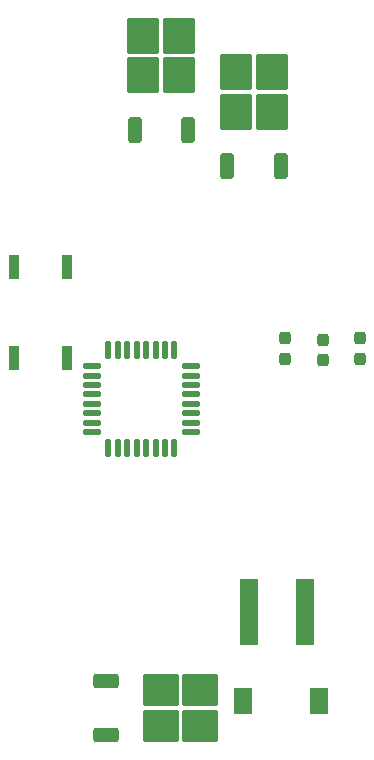
<source format=gbr>
%TF.GenerationSoftware,KiCad,Pcbnew,9.0.0*%
%TF.CreationDate,2025-03-23T00:24:25-05:00*%
%TF.ProjectId,WaterBlasterV2,57617465-7242-46c6-9173-74657256322e,rev?*%
%TF.SameCoordinates,Original*%
%TF.FileFunction,Paste,Top*%
%TF.FilePolarity,Positive*%
%FSLAX46Y46*%
G04 Gerber Fmt 4.6, Leading zero omitted, Abs format (unit mm)*
G04 Created by KiCad (PCBNEW 9.0.0) date 2025-03-23 00:24:25*
%MOMM*%
%LPD*%
G01*
G04 APERTURE LIST*
G04 Aperture macros list*
%AMRoundRect*
0 Rectangle with rounded corners*
0 $1 Rounding radius*
0 $2 $3 $4 $5 $6 $7 $8 $9 X,Y pos of 4 corners*
0 Add a 4 corners polygon primitive as box body*
4,1,4,$2,$3,$4,$5,$6,$7,$8,$9,$2,$3,0*
0 Add four circle primitives for the rounded corners*
1,1,$1+$1,$2,$3*
1,1,$1+$1,$4,$5*
1,1,$1+$1,$6,$7*
1,1,$1+$1,$8,$9*
0 Add four rect primitives between the rounded corners*
20,1,$1+$1,$2,$3,$4,$5,0*
20,1,$1+$1,$4,$5,$6,$7,0*
20,1,$1+$1,$6,$7,$8,$9,0*
20,1,$1+$1,$8,$9,$2,$3,0*%
G04 Aperture macros list end*
%ADD10RoundRect,0.125000X-0.625000X-0.125000X0.625000X-0.125000X0.625000X0.125000X-0.625000X0.125000X0*%
%ADD11RoundRect,0.125000X-0.125000X-0.625000X0.125000X-0.625000X0.125000X0.625000X-0.125000X0.625000X0*%
%ADD12R,1.600200X5.689600*%
%ADD13RoundRect,0.250000X-0.850000X-0.350000X0.850000X-0.350000X0.850000X0.350000X-0.850000X0.350000X0*%
%ADD14RoundRect,0.250000X-1.275000X-1.125000X1.275000X-1.125000X1.275000X1.125000X-1.275000X1.125000X0*%
%ADD15R,0.863600X2.006600*%
%ADD16RoundRect,0.250000X0.350000X-0.850000X0.350000X0.850000X-0.350000X0.850000X-0.350000X-0.850000X0*%
%ADD17RoundRect,0.250000X1.125000X-1.275000X1.125000X1.275000X-1.125000X1.275000X-1.125000X-1.275000X0*%
%ADD18R,1.500000X2.200000*%
%ADD19RoundRect,0.237500X0.237500X-0.287500X0.237500X0.287500X-0.237500X0.287500X-0.237500X-0.287500X0*%
G04 APERTURE END LIST*
D10*
%TO.C,U2*%
X116625000Y-93700000D03*
X116625000Y-94500000D03*
X116625000Y-95300000D03*
X116625000Y-96100000D03*
X116625000Y-96900000D03*
X116625000Y-97700000D03*
X116625000Y-98500000D03*
X116625000Y-99300000D03*
D11*
X118000000Y-100675000D03*
X118800000Y-100675000D03*
X119600000Y-100675000D03*
X120400000Y-100675000D03*
X121200000Y-100675000D03*
X122000000Y-100675000D03*
X122800000Y-100675000D03*
X123600000Y-100675000D03*
D10*
X124975000Y-99300000D03*
X124975000Y-98500000D03*
X124975000Y-97700000D03*
X124975000Y-96900000D03*
X124975000Y-96100000D03*
X124975000Y-95300000D03*
X124975000Y-94500000D03*
X124975000Y-93700000D03*
D11*
X123600000Y-92325000D03*
X122800000Y-92325000D03*
X122000000Y-92325000D03*
X121200000Y-92325000D03*
X120400000Y-92325000D03*
X119600000Y-92325000D03*
X118800000Y-92325000D03*
X118000000Y-92325000D03*
%TD*%
D12*
%TO.C,L2*%
X134631600Y-114540000D03*
X129932600Y-114540000D03*
%TD*%
D13*
%TO.C,Q1*%
X117800000Y-124900000D03*
D14*
X125775000Y-124145000D03*
X125775000Y-121095000D03*
X122425000Y-124145000D03*
X122425000Y-121095000D03*
D13*
X117800000Y-120340000D03*
%TD*%
D15*
%TO.C,SW1*%
X114518001Y-85305900D03*
X114518001Y-93002100D03*
X110017999Y-85305900D03*
X110017999Y-93002100D03*
%TD*%
D16*
%TO.C,Q3*%
X128040000Y-76800000D03*
D17*
X128795000Y-72175000D03*
X131845000Y-72175000D03*
X128795000Y-68825000D03*
X131845000Y-68825000D03*
D16*
X132600000Y-76800000D03*
%TD*%
D18*
%TO.C,L1*%
X135810000Y-122060000D03*
X129410000Y-122060000D03*
%TD*%
D16*
%TO.C,Q2*%
X120220000Y-73700000D03*
D17*
X120975000Y-69075000D03*
X124025000Y-69075000D03*
X120975000Y-65725000D03*
X124025000Y-65725000D03*
D16*
X124780000Y-73700000D03*
%TD*%
D19*
%TO.C,D2*%
X136144000Y-93204000D03*
X136144000Y-91454000D03*
%TD*%
%TO.C,D3*%
X132969000Y-93077000D03*
X132969000Y-91327000D03*
%TD*%
%TO.C,D1*%
X139319000Y-93077000D03*
X139319000Y-91327000D03*
%TD*%
M02*

</source>
